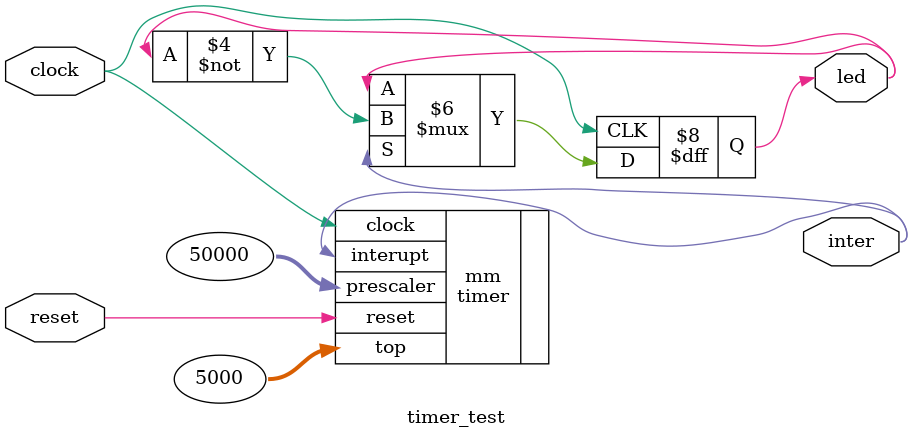
<source format=v>
`timescale 1ns / 1ps
module timer_test( clock, reset, led,inter );
	output reg led;
	input clock;
	input reset;
	output inter;
timer mm(
.prescaler(50000),
.clock(clock),
.reset(reset),
.top(5000),
.interupt(inter)
    );

	always@(posedge clock)begin
		if(inter)
			led=~led;

	end

endmodule

</source>
